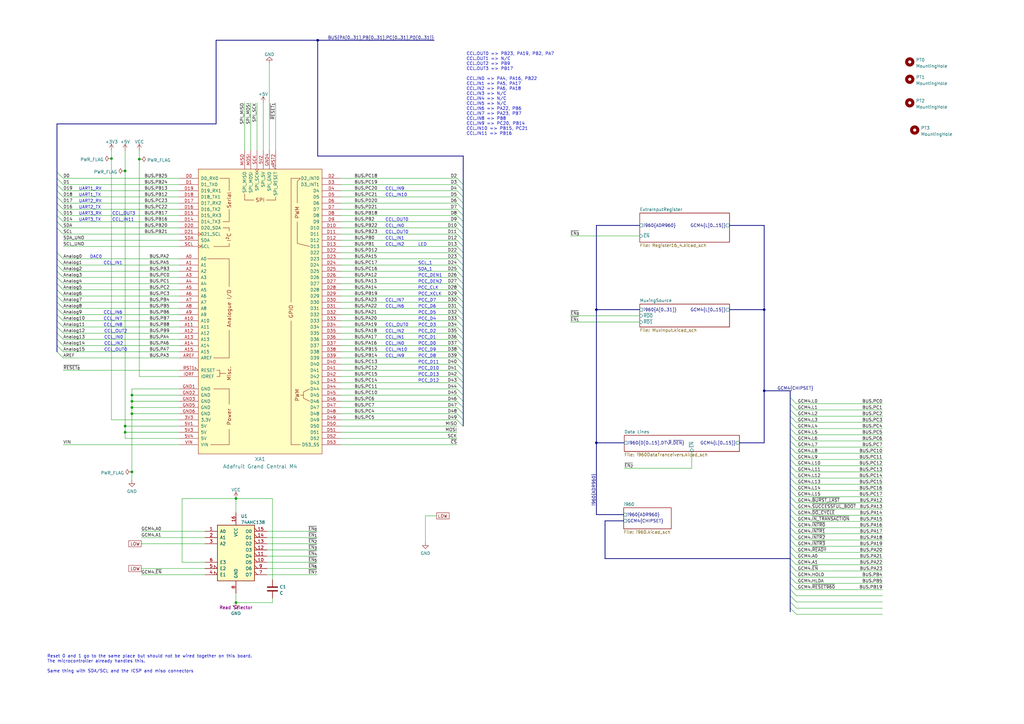
<source format=kicad_sch>
(kicad_sch (version 20211123) (generator eeschema)
  (paper "A3")
  (title_block (title "Type 1.01 Mainboard") (date "2022-05-13") (rev "1") (company "Joshua Scoggins"))
  (bus_alias "CCL" (members "IN[0..11]" "OUT[0..3]"))
  (junction (at 54.102 162.052))
  (junction (at 244.602 127))
  (junction (at 51.308 70.104))
  (junction (at 313.436 127))
  (junction (at 54.102 193.548))
  (junction (at 130.302 16.51))
  (junction (at 54.102 169.672))
  (junction (at 244.602 181.61))
  (junction (at 54.102 167.132))
  (junction (at 51.308 177.292))
  (junction (at 54.102 164.592))
  (junction (at 96.774 247.142))
  (junction (at 96.774 204.47))
  (junction (at 45.72 65.024))
  (junction (at 313.436 160.274))
  (junction (at 51.308 174.752))
  (junction (at 57.15 65.278))
  (bus_entry (at 23.368 139.192) (size 2.54 2.54))
  (bus_entry (at 324.104 193.548) (size 2.54 2.54))
  (bus_entry (at 187.452 88.392) (size 2.54 2.54))
  (bus_entry (at 324.104 165.608) (size 2.54 2.54))
  (bus_entry (at 324.104 183.388) (size 2.54 2.54))
  (bus_entry (at 324.104 226.568) (size 2.54 2.54))
  (bus_entry (at 324.104 236.728) (size 2.54 2.54))
  (bus_entry (at 324.104 188.468) (size 2.54 2.54))
  (bus_entry (at 324.104 206.248) (size 2.54 2.54))
  (bus_entry (at 324.104 168.148) (size 2.54 2.54))
  (bus_entry (at 23.368 131.572) (size 2.54 2.54))
  (bus_entry (at 324.104 198.628) (size 2.54 2.54))
  (bus_entry (at 23.368 129.032) (size 2.54 2.54))
  (bus_entry (at 23.368 85.852) (size 2.54 2.54))
  (bus_entry (at 23.368 106.172) (size 2.54 2.54))
  (bus_entry (at 187.452 75.692) (size 2.54 2.54))
  (bus_entry (at 23.368 108.712) (size 2.54 2.54))
  (bus_entry (at 23.368 141.732) (size 2.54 2.54))
  (bus_entry (at 187.452 73.152) (size 2.54 2.54))
  (bus_entry (at 23.368 90.932) (size 2.54 2.54))
  (bus_entry (at 324.104 185.928) (size 2.54 2.54))
  (bus_entry (at 187.452 116.332) (size 2.54 2.54))
  (bus_entry (at 187.452 108.712) (size 2.54 2.54))
  (bus_entry (at 23.368 88.392) (size 2.54 2.54))
  (bus_entry (at 324.104 246.888) (size 2.54 2.54))
  (bus_entry (at 187.452 93.472) (size 2.54 2.54))
  (bus_entry (at 23.368 134.112) (size 2.54 2.54))
  (bus_entry (at 324.104 170.688) (size 2.54 2.54))
  (bus_entry (at 23.368 111.252) (size 2.54 2.54))
  (bus_entry (at 23.368 103.632) (size 2.54 2.54))
  (bus_entry (at 187.452 151.892) (size 2.54 2.54))
  (bus_entry (at 187.452 131.572) (size 2.54 2.54))
  (bus_entry (at 187.452 136.652) (size 2.54 2.54))
  (bus_entry (at 187.452 172.212) (size 2.54 2.54))
  (bus_entry (at 324.104 191.008) (size 2.54 2.54))
  (bus_entry (at 324.104 213.868) (size 2.54 2.54))
  (bus_entry (at 187.452 129.032) (size 2.54 2.54))
  (bus_entry (at 187.452 149.352) (size 2.54 2.54))
  (bus_entry (at 187.452 134.112) (size 2.54 2.54))
  (bus_entry (at 187.452 169.672) (size 2.54 2.54))
  (bus_entry (at 23.368 78.232) (size 2.54 2.54))
  (bus_entry (at 324.104 178.308) (size 2.54 2.54))
  (bus_entry (at 324.104 224.028) (size 2.54 2.54))
  (bus_entry (at 187.452 96.012) (size 2.54 2.54))
  (bus_entry (at 23.368 113.792) (size 2.54 2.54))
  (bus_entry (at 187.452 80.772) (size 2.54 2.54))
  (bus_entry (at 187.452 101.092) (size 2.54 2.54))
  (bus_entry (at 23.368 80.772) (size 2.54 2.54))
  (bus_entry (at 324.104 163.068) (size 2.54 2.54))
  (bus_entry (at 324.104 221.488) (size 2.54 2.54))
  (bus_entry (at 23.368 70.612) (size 2.54 2.54))
  (bus_entry (at 187.452 144.272) (size 2.54 2.54))
  (bus_entry (at 324.104 244.348) (size 2.54 2.54))
  (bus_entry (at 324.104 196.088) (size 2.54 2.54))
  (bus_entry (at 187.452 78.232) (size 2.54 2.54))
  (bus_entry (at 187.452 111.252) (size 2.54 2.54))
  (bus_entry (at 23.368 136.652) (size 2.54 2.54))
  (bus_entry (at 187.452 141.732) (size 2.54 2.54))
  (bus_entry (at 187.452 83.312) (size 2.54 2.54))
  (bus_entry (at 324.104 173.228) (size 2.54 2.54))
  (bus_entry (at 324.104 229.108) (size 2.54 2.54))
  (bus_entry (at 324.104 241.808) (size 2.54 2.54))
  (bus_entry (at 187.452 123.952) (size 2.54 2.54))
  (bus_entry (at 187.452 164.592) (size 2.54 2.54))
  (bus_entry (at 187.452 126.492) (size 2.54 2.54))
  (bus_entry (at 324.104 216.408) (size 2.54 2.54))
  (bus_entry (at 324.104 234.188) (size 2.54 2.54))
  (bus_entry (at 187.452 118.872) (size 2.54 2.54))
  (bus_entry (at 23.368 123.952) (size 2.54 2.54))
  (bus_entry (at 324.104 218.948) (size 2.54 2.54))
  (bus_entry (at 187.452 167.132) (size 2.54 2.54))
  (bus_entry (at 23.368 93.472) (size 2.54 2.54))
  (bus_entry (at 187.452 121.412) (size 2.54 2.54))
  (bus_entry (at 324.104 231.648) (size 2.54 2.54))
  (bus_entry (at 187.452 139.192) (size 2.54 2.54))
  (bus_entry (at 23.368 118.872) (size 2.54 2.54))
  (bus_entry (at 187.452 98.552) (size 2.54 2.54))
  (bus_entry (at 23.368 121.412) (size 2.54 2.54))
  (bus_entry (at 187.452 156.972) (size 2.54 2.54))
  (bus_entry (at 23.368 83.312) (size 2.54 2.54))
  (bus_entry (at 324.104 175.768) (size 2.54 2.54))
  (bus_entry (at 187.452 90.932) (size 2.54 2.54))
  (bus_entry (at 324.104 201.168) (size 2.54 2.54))
  (bus_entry (at 324.104 249.428) (size 2.54 2.54))
  (bus_entry (at 187.452 106.172) (size 2.54 2.54))
  (bus_entry (at 23.368 73.152) (size 2.54 2.54))
  (bus_entry (at 187.452 162.052) (size 2.54 2.54))
  (bus_entry (at 324.104 203.708) (size 2.54 2.54))
  (bus_entry (at 324.104 180.848) (size 2.54 2.54))
  (bus_entry (at 23.368 144.272) (size 2.54 2.54))
  (bus_entry (at 324.104 211.328) (size 2.54 2.54))
  (bus_entry (at 23.368 75.692) (size 2.54 2.54))
  (bus_entry (at 187.452 159.512) (size 2.54 2.54))
  (bus_entry (at 187.452 103.632) (size 2.54 2.54))
  (bus_entry (at 187.452 85.852) (size 2.54 2.54))
  (bus_entry (at 187.452 113.792) (size 2.54 2.54))
  (bus_entry (at 324.104 239.268) (size 2.54 2.54))
  (bus_entry (at 187.452 146.812) (size 2.54 2.54))
  (bus_entry (at 324.104 208.788) (size 2.54 2.54))
  (bus_entry (at 23.368 126.492) (size 2.54 2.54))
  (bus_entry (at 23.368 116.332) (size 2.54 2.54))
  (bus_entry (at 187.452 154.432) (size 2.54 2.54))
  (bus (pts (xy 23.368 83.312) (xy 23.368 80.772)))
  (wire (pts (xy 109.474 223.012) (xy 130.048 223.012)))
  (wire (pts (xy 326.644 201.168) (xy 361.95 201.168)))
  (wire (pts (xy 139.7 169.672) (xy 187.452 169.672)))
  (wire (pts (xy 139.7 116.332) (xy 187.452 116.332)))
  (wire (pts (xy 326.644 213.868) (xy 361.95 213.868)))
  (bus (pts (xy 23.368 50.8) (xy 88.646 50.8)))
  (wire (pts (xy 25.908 108.712) (xy 73.66 108.712)))
  (wire (pts (xy 326.644 216.408) (xy 361.95 216.408)))
  (bus (pts (xy 23.368 116.332) (xy 23.368 113.792)))
  (wire (pts (xy 283.718 185.166) (xy 283.718 192.024)))
  (wire (pts (xy 25.908 136.652) (xy 73.66 136.652)))
  (bus (pts (xy 23.368 78.232) (xy 23.368 75.692)))
  (wire (pts (xy 25.908 80.772) (xy 73.66 80.772)))
  (wire (pts (xy 96.774 204.47) (xy 111.76 204.47)))
  (bus (pts (xy 189.992 90.932) (xy 189.992 93.472)))
  (wire (pts (xy 139.7 80.772) (xy 187.452 80.772)))
  (wire (pts (xy 74.676 230.632) (xy 74.676 204.47)))
  (bus (pts (xy 248.158 229.108) (xy 324.104 229.108)))
  (wire (pts (xy 25.908 151.892) (xy 73.66 151.892)))
  (bus (pts (xy 324.104 201.168) (xy 324.104 203.708)))
  (wire (pts (xy 139.7 174.752) (xy 187.452 174.752)))
  (wire (pts (xy 326.644 165.608) (xy 361.95 165.608)))
  (wire (pts (xy 139.7 101.092) (xy 187.452 101.092)))
  (bus (pts (xy 324.104 226.568) (xy 324.104 229.108)))
  (wire (pts (xy 54.102 159.512) (xy 54.102 162.052)))
  (wire (pts (xy 96.774 210.312) (xy 96.774 204.47)))
  (wire (pts (xy 25.908 146.812) (xy 73.66 146.812)))
  (bus (pts (xy 324.104 183.388) (xy 324.104 185.928)))
  (bus (pts (xy 324.104 168.148) (xy 324.104 170.688)))
  (bus (pts (xy 324.104 173.228) (xy 324.104 175.768)))
  (bus (pts (xy 256.032 181.61) (xy 244.602 181.61)))
  (bus (pts (xy 324.104 211.328) (xy 324.104 213.868)))
  (wire (pts (xy 179.07 211.582) (xy 174.498 211.582)))
  (wire (pts (xy 139.7 159.512) (xy 187.452 159.512)))
  (bus (pts (xy 244.602 127) (xy 262.382 127)))
  (bus (pts (xy 189.992 134.112) (xy 189.992 136.652)))
  (bus (pts (xy 313.436 160.274) (xy 324.104 160.274)))
  (wire (pts (xy 233.934 129.54) (xy 262.382 129.54)))
  (bus (pts (xy 324.104 191.008) (xy 324.104 193.548)))
  (wire (pts (xy 326.644 234.188) (xy 361.95 234.188)))
  (bus (pts (xy 23.368 131.572) (xy 23.368 129.032)))
  (wire (pts (xy 326.644 251.968) (xy 361.95 251.968)))
  (bus (pts (xy 324.104 234.188) (xy 324.104 236.728)))
  (bus (pts (xy 324.104 249.428) (xy 324.104 250.952)))
  (wire (pts (xy 54.102 167.132) (xy 54.102 169.672)))
  (wire (pts (xy 139.7 123.952) (xy 187.452 123.952)))
  (wire (pts (xy 326.644 239.268) (xy 361.95 239.268)))
  (bus (pts (xy 189.992 106.172) (xy 189.992 108.712)))
  (wire (pts (xy 326.644 180.848) (xy 361.95 180.848)))
  (wire (pts (xy 139.7 136.652) (xy 187.452 136.652)))
  (wire (pts (xy 139.7 177.292) (xy 187.452 177.292)))
  (wire (pts (xy 102.87 42.164) (xy 102.87 61.722)))
  (wire (pts (xy 109.474 220.472) (xy 130.048 220.472)))
  (wire (pts (xy 109.474 228.092) (xy 130.048 228.092)))
  (bus (pts (xy 189.992 85.852) (xy 189.992 88.392)))
  (wire (pts (xy 25.908 111.252) (xy 73.66 111.252)))
  (wire (pts (xy 57.912 217.932) (xy 84.074 217.932)))
  (wire (pts (xy 139.7 139.192) (xy 187.452 139.192)))
  (wire (pts (xy 25.908 123.952) (xy 73.66 123.952)))
  (bus (pts (xy 324.104 175.768) (xy 324.104 178.308)))
  (wire (pts (xy 174.498 211.582) (xy 174.498 222.504)))
  (wire (pts (xy 57.912 235.712) (xy 84.074 235.712)))
  (wire (pts (xy 326.644 203.708) (xy 361.95 203.708)))
  (wire (pts (xy 100.33 42.164) (xy 100.33 61.722)))
  (wire (pts (xy 25.908 106.172) (xy 73.66 106.172)))
  (bus (pts (xy 189.992 80.772) (xy 189.992 83.312)))
  (wire (pts (xy 326.644 211.328) (xy 361.95 211.328)))
  (wire (pts (xy 25.908 75.692) (xy 73.66 75.692)))
  (wire (pts (xy 326.644 196.088) (xy 361.95 196.088)))
  (bus (pts (xy 324.104 193.548) (xy 324.104 196.088)))
  (bus (pts (xy 189.992 75.692) (xy 189.992 78.232)))
  (wire (pts (xy 139.7 113.792) (xy 187.452 113.792)))
  (wire (pts (xy 25.908 129.032) (xy 73.66 129.032)))
  (bus (pts (xy 23.368 85.852) (xy 23.368 83.312)))
  (wire (pts (xy 326.644 226.568) (xy 361.95 226.568)))
  (bus (pts (xy 189.992 164.592) (xy 189.992 167.132)))
  (bus (pts (xy 324.104 160.274) (xy 324.104 163.068)))
  (wire (pts (xy 73.66 172.212) (xy 45.72 172.212)))
  (bus (pts (xy 23.368 106.172) (xy 23.368 103.632)))
  (bus (pts (xy 324.104 231.648) (xy 324.104 234.188)))
  (wire (pts (xy 326.644 168.148) (xy 361.95 168.148)))
  (bus (pts (xy 23.368 103.632) (xy 23.368 93.472)))
  (bus (pts (xy 299.212 92.456) (xy 313.436 92.456)))
  (bus (pts (xy 23.368 108.712) (xy 23.368 106.172)))
  (bus (pts (xy 189.992 101.092) (xy 189.992 103.632)))
  (wire (pts (xy 54.102 169.672) (xy 54.102 193.548)))
  (bus (pts (xy 23.368 129.032) (xy 23.368 126.492)))
  (wire (pts (xy 57.912 233.172) (xy 84.074 233.172)))
  (bus (pts (xy 189.992 88.392) (xy 189.992 90.932)))
  (wire (pts (xy 139.7 164.592) (xy 187.452 164.592)))
  (bus (pts (xy 244.602 181.61) (xy 244.602 127)))
  (bus (pts (xy 189.992 64.008) (xy 189.992 75.692)))
  (wire (pts (xy 139.7 93.472) (xy 187.452 93.472)))
  (wire (pts (xy 139.7 156.972) (xy 187.452 156.972)))
  (wire (pts (xy 326.644 206.248) (xy 361.95 206.248)))
  (wire (pts (xy 139.7 106.172) (xy 187.452 106.172)))
  (wire (pts (xy 51.308 174.752) (xy 51.308 177.292)))
  (wire (pts (xy 25.908 182.372) (xy 73.66 182.372)))
  (wire (pts (xy 109.474 235.712) (xy 130.048 235.712)))
  (wire (pts (xy 54.102 162.052) (xy 73.66 162.052)))
  (bus (pts (xy 189.992 162.052) (xy 189.992 164.592)))
  (bus (pts (xy 88.646 16.51) (xy 130.302 16.51)))
  (wire (pts (xy 96.774 247.142) (xy 96.774 243.332)))
  (wire (pts (xy 139.7 172.212) (xy 187.452 172.212)))
  (bus (pts (xy 189.992 154.432) (xy 189.992 156.972)))
  (wire (pts (xy 25.908 73.152) (xy 73.66 73.152)))
  (bus (pts (xy 324.104 196.088) (xy 324.104 198.628)))
  (wire (pts (xy 139.7 75.692) (xy 187.452 75.692)))
  (bus (pts (xy 189.992 113.792) (xy 189.992 116.332)))
  (wire (pts (xy 109.474 217.932) (xy 130.048 217.932)))
  (wire (pts (xy 139.7 154.432) (xy 187.452 154.432)))
  (wire (pts (xy 109.474 225.552) (xy 130.048 225.552)))
  (wire (pts (xy 57.912 223.012) (xy 84.074 223.012)))
  (wire (pts (xy 109.474 230.632) (xy 130.048 230.632)))
  (bus (pts (xy 324.104 170.688) (xy 324.104 173.228)))
  (wire (pts (xy 25.908 118.872) (xy 73.66 118.872)))
  (bus (pts (xy 244.602 92.456) (xy 244.602 127)))
  (wire (pts (xy 139.7 78.232) (xy 187.452 78.232)))
  (wire (pts (xy 326.644 183.388) (xy 361.95 183.388)))
  (bus (pts (xy 189.992 78.232) (xy 189.992 80.772)))
  (wire (pts (xy 139.7 182.372) (xy 187.452 182.372)))
  (wire (pts (xy 25.908 96.012) (xy 73.66 96.012)))
  (bus (pts (xy 189.992 136.652) (xy 189.992 139.192)))
  (wire (pts (xy 139.7 83.312) (xy 187.452 83.312)))
  (bus (pts (xy 189.992 103.632) (xy 189.992 106.172)))
  (bus (pts (xy 313.436 160.274) (xy 313.436 127)))
  (bus (pts (xy 303.276 181.61) (xy 313.436 181.61)))
  (wire (pts (xy 139.7 108.712) (xy 187.452 108.712)))
  (bus (pts (xy 130.302 64.008) (xy 189.992 64.008)))
  (bus (pts (xy 189.992 98.552) (xy 189.992 101.092)))
  (wire (pts (xy 57.912 220.472) (xy 84.074 220.472)))
  (bus (pts (xy 130.302 16.51) (xy 178.054 16.51)))
  (wire (pts (xy 54.102 169.672) (xy 73.66 169.672)))
  (bus (pts (xy 23.368 134.112) (xy 23.368 131.572)))
  (bus (pts (xy 23.368 75.692) (xy 23.368 73.152)))
  (bus (pts (xy 189.992 126.492) (xy 189.992 129.032)))
  (wire (pts (xy 326.644 244.348) (xy 361.95 244.348)))
  (bus (pts (xy 23.368 118.872) (xy 23.368 116.332)))
  (wire (pts (xy 25.908 134.112) (xy 73.66 134.112)))
  (bus (pts (xy 324.104 236.728) (xy 324.104 239.268)))
  (bus (pts (xy 244.602 211.074) (xy 255.778 211.074)))
  (bus (pts (xy 324.104 206.248) (xy 324.104 208.788)))
  (bus (pts (xy 324.104 185.928) (xy 324.104 188.468)))
  (bus (pts (xy 23.368 73.152) (xy 23.368 70.612)))
  (wire (pts (xy 139.7 179.832) (xy 187.452 179.832)))
  (wire (pts (xy 326.644 236.728) (xy 361.95 236.728)))
  (wire (pts (xy 109.474 233.172) (xy 130.048 233.172)))
  (wire (pts (xy 45.72 65.024) (xy 45.72 172.212)))
  (wire (pts (xy 139.7 98.552) (xy 187.452 98.552)))
  (wire (pts (xy 51.308 174.752) (xy 73.66 174.752)))
  (wire (pts (xy 25.908 113.792) (xy 73.66 113.792)))
  (bus (pts (xy 324.104 246.888) (xy 324.104 249.428)))
  (bus (pts (xy 88.646 50.8) (xy 88.646 16.51)))
  (wire (pts (xy 51.308 70.104) (xy 51.308 174.752)))
  (wire (pts (xy 111.76 247.142) (xy 96.774 247.142)))
  (wire (pts (xy 25.908 93.472) (xy 73.66 93.472)))
  (bus (pts (xy 324.104 216.408) (xy 324.104 218.948)))
  (wire (pts (xy 57.15 65.278) (xy 57.15 154.432)))
  (bus (pts (xy 23.368 121.412) (xy 23.368 118.872)))
  (wire (pts (xy 25.908 101.092) (xy 73.66 101.092)))
  (bus (pts (xy 23.368 123.952) (xy 23.368 121.412)))
  (bus (pts (xy 23.368 136.652) (xy 23.368 134.112)))
  (wire (pts (xy 54.102 162.052) (xy 54.102 164.592)))
  (bus (pts (xy 189.992 159.512) (xy 189.992 162.052)))
  (bus (pts (xy 324.104 165.608) (xy 324.104 168.148)))
  (bus (pts (xy 23.368 80.772) (xy 23.368 78.232)))
  (bus (pts (xy 324.104 229.108) (xy 324.104 231.648)))
  (wire (pts (xy 139.7 103.632) (xy 187.452 103.632)))
  (bus (pts (xy 324.104 244.348) (xy 324.104 246.888)))
  (wire (pts (xy 139.7 162.052) (xy 187.452 162.052)))
  (bus (pts (xy 324.104 198.628) (xy 324.104 201.168)))
  (wire (pts (xy 326.644 208.788) (xy 361.95 208.788)))
  (bus (pts (xy 324.104 180.848) (xy 324.104 183.388)))
  (bus (pts (xy 189.992 144.272) (xy 189.992 146.812)))
  (bus (pts (xy 189.992 156.972) (xy 189.992 159.512)))
  (bus (pts (xy 189.992 116.332) (xy 189.992 118.872)))
  (wire (pts (xy 105.41 42.164) (xy 105.41 61.722)))
  (wire (pts (xy 84.074 230.632) (xy 74.676 230.632)))
  (wire (pts (xy 139.7 126.492) (xy 187.452 126.492)))
  (bus (pts (xy 23.368 90.932) (xy 23.368 88.392)))
  (bus (pts (xy 189.992 146.812) (xy 189.992 149.352)))
  (wire (pts (xy 139.7 111.252) (xy 187.452 111.252)))
  (wire (pts (xy 25.908 131.572) (xy 73.66 131.572)))
  (wire (pts (xy 25.908 98.552) (xy 73.66 98.552)))
  (bus (pts (xy 23.368 141.732) (xy 23.368 139.192)))
  (wire (pts (xy 139.7 134.112) (xy 187.452 134.112)))
  (wire (pts (xy 139.7 131.572) (xy 187.452 131.572)))
  (wire (pts (xy 25.908 78.232) (xy 73.66 78.232)))
  (wire (pts (xy 139.7 85.852) (xy 187.452 85.852)))
  (bus (pts (xy 189.992 93.472) (xy 189.992 96.012)))
  (wire (pts (xy 139.7 167.132) (xy 187.452 167.132)))
  (wire (pts (xy 326.644 221.488) (xy 361.95 221.488)))
  (bus (pts (xy 189.992 151.892) (xy 189.992 154.432)))
  (bus (pts (xy 324.104 241.808) (xy 324.104 244.348)))
  (bus (pts (xy 324.104 208.788) (xy 324.104 211.328)))
  (bus (pts (xy 313.436 92.456) (xy 313.436 127)))
  (wire (pts (xy 326.644 198.628) (xy 361.95 198.628)))
  (bus (pts (xy 189.992 108.712) (xy 189.992 111.252)))
  (wire (pts (xy 326.644 218.948) (xy 361.95 218.948)))
  (wire (pts (xy 25.908 121.412) (xy 73.66 121.412)))
  (bus (pts (xy 189.992 139.192) (xy 189.992 141.732)))
  (wire (pts (xy 25.908 126.492) (xy 73.66 126.492)))
  (wire (pts (xy 326.644 178.308) (xy 361.95 178.308)))
  (wire (pts (xy 139.7 96.012) (xy 187.452 96.012)))
  (wire (pts (xy 74.676 204.47) (xy 96.774 204.47)))
  (wire (pts (xy 139.7 90.932) (xy 187.452 90.932)))
  (wire (pts (xy 326.644 229.108) (xy 361.95 229.108)))
  (wire (pts (xy 54.102 167.132) (xy 73.66 167.132)))
  (wire (pts (xy 110.49 25.908) (xy 110.49 61.722)))
  (wire (pts (xy 139.7 151.892) (xy 187.452 151.892)))
  (bus (pts (xy 23.368 93.472) (xy 23.368 90.932)))
  (wire (pts (xy 73.66 179.832) (xy 51.308 179.832)))
  (bus (pts (xy 23.368 88.392) (xy 23.368 85.852)))
  (bus (pts (xy 189.992 167.132) (xy 189.992 169.672)))
  (wire (pts (xy 326.644 231.648) (xy 361.95 231.648)))
  (wire (pts (xy 139.7 118.872) (xy 187.452 118.872)))
  (bus (pts (xy 23.368 139.192) (xy 23.368 136.652)))
  (bus (pts (xy 23.368 113.792) (xy 23.368 111.252)))
  (wire (pts (xy 51.308 179.832) (xy 51.308 177.292)))
  (wire (pts (xy 25.908 141.732) (xy 73.66 141.732)))
  (bus (pts (xy 189.992 96.012) (xy 189.992 98.552)))
  (wire (pts (xy 25.908 90.932) (xy 73.66 90.932)))
  (wire (pts (xy 113.03 42.164) (xy 113.03 61.722)))
  (wire (pts (xy 57.15 61.722) (xy 57.15 65.278)))
  (wire (pts (xy 25.908 85.852) (xy 73.66 85.852)))
  (bus (pts (xy 189.992 129.032) (xy 189.992 131.572)))
  (wire (pts (xy 326.644 188.468) (xy 361.95 188.468)))
  (bus (pts (xy 324.104 221.488) (xy 324.104 224.028)))
  (bus (pts (xy 23.368 126.492) (xy 23.368 123.952)))
  (wire (pts (xy 54.102 164.592) (xy 54.102 167.132)))
  (bus (pts (xy 189.992 121.412) (xy 189.992 123.952)))
  (wire (pts (xy 25.908 116.332) (xy 73.66 116.332)))
  (wire (pts (xy 233.934 132.08) (xy 262.382 132.08)))
  (bus (pts (xy 189.992 83.312) (xy 189.992 85.852)))
  (bus (pts (xy 130.302 16.51) (xy 130.302 64.008)))
  (bus (pts (xy 324.104 163.068) (xy 324.104 165.608)))
  (wire (pts (xy 107.95 42.164) (xy 107.95 61.722)))
  (wire (pts (xy 233.934 96.774) (xy 262.382 96.774)))
  (bus (pts (xy 299.212 127) (xy 313.436 127)))
  (bus (pts (xy 189.992 169.672) (xy 189.992 172.212)))
  (bus (pts (xy 324.104 178.308) (xy 324.104 180.848)))
  (bus (pts (xy 189.992 172.212) (xy 189.992 174.752)))
  (wire (pts (xy 139.7 146.812) (xy 187.452 146.812)))
  (wire (pts (xy 326.644 193.548) (xy 361.95 193.548)))
  (wire (pts (xy 326.644 170.688) (xy 361.95 170.688)))
  (wire (pts (xy 111.76 204.47) (xy 111.76 237.744)))
  (wire (pts (xy 73.66 154.432) (xy 57.15 154.432)))
  (wire (pts (xy 326.644 175.768) (xy 361.95 175.768)))
  (wire (pts (xy 326.644 249.428) (xy 361.95 249.428)))
  (wire (pts (xy 326.644 191.008) (xy 361.95 191.008)))
  (bus (pts (xy 313.436 181.61) (xy 313.436 160.274)))
  (wire (pts (xy 25.908 88.392) (xy 73.66 88.392)))
  (bus (pts (xy 23.368 144.272) (xy 23.368 141.732)))
  (bus (pts (xy 262.382 92.456) (xy 244.602 92.456)))
  (wire (pts (xy 25.908 144.272) (xy 73.66 144.272)))
  (bus (pts (xy 324.104 213.868) (xy 324.104 216.408)))
  (bus (pts (xy 189.992 123.952) (xy 189.992 126.492)))
  (bus (pts (xy 23.368 111.252) (xy 23.368 108.712)))
  (wire (pts (xy 139.7 121.412) (xy 187.452 121.412)))
  (wire (pts (xy 25.908 139.192) (xy 73.66 139.192)))
  (wire (pts (xy 73.66 159.512) (xy 54.102 159.512)))
  (bus (pts (xy 23.368 70.612) (xy 23.368 50.8)))
  (bus (pts (xy 324.104 203.708) (xy 324.104 206.248)))
  (wire (pts (xy 139.7 144.272) (xy 187.452 144.272)))
  (wire (pts (xy 51.308 61.722) (xy 51.308 70.104)))
  (bus (pts (xy 189.992 141.732) (xy 189.992 144.272)))
  (bus (pts (xy 324.104 224.028) (xy 324.104 226.568)))
  (wire (pts (xy 25.908 83.312) (xy 73.66 83.312)))
  (wire (pts (xy 326.644 246.888) (xy 361.95 246.888)))
  (wire (pts (xy 139.7 149.352) (xy 187.452 149.352)))
  (wire (pts (xy 326.644 185.928) (xy 361.95 185.928)))
  (wire (pts (xy 256.032 192.024) (xy 283.718 192.024)))
  (bus (pts (xy 248.158 213.614) (xy 248.158 229.108)))
  (bus (pts (xy 324.104 218.948) (xy 324.104 221.488)))
  (wire (pts (xy 111.76 245.364) (xy 111.76 247.142)))
  (bus (pts (xy 324.104 239.268) (xy 324.104 241.808)))
  (bus (pts (xy 189.992 149.352) (xy 189.992 151.892)))
  (wire (pts (xy 139.7 88.392) (xy 187.452 88.392)))
  (wire (pts (xy 326.644 224.028) (xy 361.95 224.028)))
  (wire (pts (xy 54.102 164.592) (xy 73.66 164.592)))
  (wire (pts (xy 326.644 173.228) (xy 361.95 173.228)))
  (wire (pts (xy 45.72 61.722) (xy 45.72 65.024)))
  (bus (pts (xy 189.992 118.872) (xy 189.992 121.412)))
  (bus (pts (xy 189.992 111.252) (xy 189.992 113.792)))
  (wire (pts (xy 139.7 141.732) (xy 187.452 141.732)))
  (wire (pts (xy 139.7 73.152) (xy 187.452 73.152)))
  (bus (pts (xy 189.992 131.572) (xy 189.992 134.112)))
  (wire (pts (xy 54.102 193.548) (xy 54.102 197.104)))
  (bus (pts (xy 324.104 188.468) (xy 324.104 191.008)))
  (bus (pts (xy 248.158 213.614) (xy 255.778 213.614)))
  (wire (pts (xy 139.7 129.032) (xy 187.452 129.032)))
  (bus (pts (xy 244.602 181.61) (xy 244.602 211.074)))
  (wire (pts (xy 73.66 177.292) (xy 51.308 177.292)))
  (wire (pts (xy 326.644 241.808) (xy 361.95 241.808)))
  (text "CCL_OUT0" (at 42.672 144.272 0) (effects (font (size 1.27 1.27)) (justify left bottom)))
  (text "CCL_IN10" (at 157.988 144.272 0) (effects (font (size 1.27 1.27)) (justify left bottom)))
  (text "PCC_D1" (at 171.45 139.192 0) (effects (font (size 1.27 1.27)) (justify left bottom)))
  (text "PCC_D13" (at 171.45 154.432 0) (effects (font (size 1.27 1.27)) (justify left bottom)))
  (text "CCL_IN2" (at 157.988 136.652 0) (effects (font (size 1.27 1.27)) (justify left bottom)))
  (text "UART2_RX" (at 32.258 83.312 0) (effects (font (size 1.27 1.27)) (justify left bottom)))
  (text "PCC_D8" (at 171.45 146.812 0) (effects (font (size 1.27 1.27)) (justify left bottom)))
  (text "PCC_D9" (at 171.45 144.272 0) (effects (font (size 1.27 1.27)) (justify left bottom)))
  (text "CCL_IN11" (at 45.974 90.932 0) (effects (font (size 1.27 1.27)) (justify left bottom)))
  (text "CCL_IN2" (at 157.988 101.092 0) (effects (font (size 1.27 1.27)) (justify left bottom)))
  (text "UART1_TX" (at 32.258 80.772 0) (effects (font (size 1.27 1.27)) (justify left bottom)))
  (text "PCC_D7" (at 171.45 123.952 0) (effects (font (size 1.27 1.27)) (justify left bottom)))
  (text "CCL_IN7" (at 157.988 123.952 0) (effects (font (size 1.27 1.27)) (justify left bottom)))
  (text "PCC_D11" (at 171.45 149.352 0) (effects (font (size 1.27 1.27)) (justify left bottom)))
  (text "PCC_D3" (at 171.45 134.112 0) (effects (font (size 1.27 1.27)) (justify left bottom)))
  (text "CCL_OUT0" (at 157.988 96.012 0) (effects (font (size 1.27 1.27)) (justify left bottom)))
  (text "PCC_D6" (at 171.45 126.492 0) (effects (font (size 1.27 1.27)) (justify left bottom)))
  (text "CCL_OUT3" (at 45.974 88.392 0) (effects (font (size 1.27 1.27)) (justify left bottom)))
  (text "CCL_IN7" (at 42.418 131.572 0) (effects (font (size 1.27 1.27)) (justify left bottom)))
  (text "PCC_D10" (at 171.45 151.892 0) (effects (font (size 1.27 1.27)) (justify left bottom)))
  (text "LED" (at 171.45 101.092 0) (effects (font (size 1.27 1.27)) (justify left bottom)))
  (text "SDA_1" (at 171.4203 111.252 0) (effects (font (size 1.27 1.27)) (justify left bottom)))
  (text "CCL_OUT0" (at 157.988 134.112 0) (effects (font (size 1.27 1.27)) (justify left bottom)))
  (text "CCL_IN0" (at 42.672 139.192 0) (effects (font (size 1.27 1.27)) (justify left bottom)))
  (text "PCC_D12" (at 171.45 156.972 0) (effects (font (size 1.27 1.27)) (justify left bottom)))
  (text "CCL_IN0" (at 157.988 141.732 0) (effects (font (size 1.27 1.27)) (justify left bottom)))
  (text "UART3_RX" (at 32.258 88.392 0) (effects (font (size 1.27 1.27)) (justify left bottom)))
  (text "CCL_IN2" (at 42.672 141.732 0) (effects (font (size 1.27 1.27)) (justify left bottom)))
  (text "SCL_1" (at 171.45 108.712 0) (effects (font (size 1.27 1.27)) (justify left bottom)))
  (text "PCC_D2" (at 171.45 136.652 0) (effects (font (size 1.27 1.27)) (justify left bottom)))
  (text "CCL_IN6" (at 157.988 126.492 0) (effects (font (size 1.27 1.27)) (justify left bottom)))
  (text "CCL_OUT2" (at 42.672 136.652 0) (effects (font (size 1.27 1.27)) (justify left bottom)))
  (text "CCL_IN1" (at 42.418 108.712 0) (effects (font (size 1.27 1.27)) (justify left bottom)))
  (text "Reset 0 and 1 go to the same place but should not be wired together on this board. \nThe microcontroller already handles this.\n\nSame thing with SDA/SCL and the ICSP and miso connectors\n" (at 19.304 276.098 0) (effects (font (size 1.27 1.27)) (justify left bottom)))
  (text "PCC_D5" (at 171.45 129.032 0) (effects (font (size 1.27 1.27)) (justify left bottom)))
  (text "PCC_D4" (at 171.45 131.572 0) (effects (font (size 1.27 1.27)) (justify left bottom)))
  (text "CCL_IN0" (at 157.988 93.472 0) (effects (font (size 1.27 1.27)) (justify left bottom)))
  (text "PCC_XCLK" (at 171.45 121.412 0) (effects (font (size 1.27 1.27)) (justify left bottom)))
  (text "PCC_DEN2" (at 171.45 116.332 0) (effects (font (size 1.27 1.27)) (justify left bottom)))
  (text "DAC0" (at 36.83 106.172 0) (effects (font (size 1.27 1.27)) (justify left bottom)))
  (text "CCL_OUT0" (at 157.988 90.932 0) (effects (font (size 1.27 1.27)) (justify left bottom)))
  (text "CCL_IN8" (at 42.418 134.112 0) (effects (font (size 1.27 1.27)) (justify left bottom)))
  (text "CCL_IN1" (at 157.988 139.192 0) (effects (font (size 1.27 1.27)) (justify left bottom)))
  (text "UART1_RX" (at 32.258 78.232 0) (effects (font (size 1.27 1.27)) (justify left bottom)))
  (text "CCL.OUT0 => PB23, PA19, PB2, PA7\nCCL.OUT1 => N/C\nCCL.OUT2 => PB9\nCCL.OUT3 => PB17\n\nCCL.IN0 => PA4, PA16, PB22\nCCL.IN1 => PA5, PA17\nCCL.IN2 => PA6, PA18\nCCL.IN3 => N/C\nCCL.IN4 => N/C\nCCL.IN5 => N/C\nCCL.IN6 => PA22, PB6\nCCL.IN7 => PA23, PB7\nCCL.IN8 => PB8\nCCL.IN9 => PC20, PB14\nCCL.IN10 => PB15, PC21\nCCL.IN11 => PB16" (at 191.262 55.626 0) (effects (font (size 1.27 1.27)) (justify left bottom)))
  (text "UART2_TX" (at 32.258 85.852 0) (effects (font (size 1.27 1.27)) (justify left bottom)))
  (text "CCL_IN9" (at 157.988 146.812 0) (effects (font (size 1.27 1.27)) (justify left bottom)))
  (text "PCC_CLK" (at 171.3955 118.872 0) (effects (font (size 1.27 1.27)) (justify left bottom)))
  (text "CCL_IN1" (at 157.988 98.552 0) (effects (font (size 1.27 1.27)) (justify left bottom)))
  (text "CCL_IN6" (at 42.418 129.032 0) (effects (font (size 1.27 1.27)) (justify left bottom)))
  (text "PCC_DEN1" (at 171.45 113.792 0) (effects (font (size 1.27 1.27)) (justify left bottom)))
  (text "CCL_IN10" (at 157.988 80.772 0) (effects (font (size 1.27 1.27)) (justify left bottom)))
  (text "UART3_TX" (at 32.258 90.932 0) (effects (font (size 1.27 1.27)) (justify left bottom)))
  (text "CCL_IN9" (at 157.988 78.232 0) (effects (font (size 1.27 1.27)) (justify left bottom)))
  (text "PCC_D0" (at 171.45 141.732 0) (effects (font (size 1.27 1.27)) (justify left bottom)))
  (label "D19" (at 25.908 78.232 0))
  (label "D34" (at 187.452 134.112 180))
  (label "BUS.PC17" (at 145.288 108.712 0))
  (label "BUS.PD20" (at 145.288 83.312 0))
  (label "BUS.PA16" (at 145.288 141.732 0))
  (label "BUS.PA4" (at 61.214 139.192 0))
  (label "BUS.PA22" (at 145.288 126.492 0))
  (label "BUS.PB12" (at 59.182 80.772 0))
  (label "Analog0" (at 25.908 106.172 0))
  (label "BUS.PC10" (at 361.95 185.928 180))
  (label "BUS.PC19" (at 145.288 75.692 0))
  (label "GCM4.L9" (at 327.152 188.468 0))
  (label "BUS.PB24" (at 59.182 75.692 0))
  (label "GCM4.~{INTR2}" (at 327.152 221.488 0))
  (label "~{RESET_{1}}" (at 113.03 42.164 270))
  (label "VIN" (at 25.908 182.372 0))
  (label "BUS.PC17" (at 361.95 203.708 180))
  (label "BUS.PB15" (at 145.288 144.272 0))
  (label "GCM4.L7" (at 327.152 183.388 0))
  (label "BUS.PC13" (at 145.288 149.352 0))
  (label "D5" (at 187.452 80.772 180))
  (label "D12" (at 187.452 98.552 180))
  (label "BUS.PA3" (at 61.214 146.812 0))
  (label "Analog14" (at 25.908 141.732 0))
  (label "BUS.PC2" (at 61.214 118.872 0))
  (label "i960{ADR960}" (at 244.602 207.518 90))
  (label "D1" (at 25.908 75.692 0))
  (label "BUS.PA21" (at 361.95 229.108 180))
  (label "D35" (at 187.452 136.652 180))
  (label "SDA" (at 25.908 93.472 0))
  (label "D4" (at 187.452 78.232 180))
  (label "D37" (at 187.452 141.732 180))
  (label "~{CS}" (at 187.452 182.372 180))
  (label "BUS.PA14" (at 361.95 211.328 180))
  (label "BUS.PB13" (at 59.182 78.232 0))
  (label "D48" (at 187.452 169.672 180))
  (label "BUS.PC6" (at 361.95 180.848 180))
  (label "GCM4.L14" (at 327.152 201.168 0))
  (label "BUS.PB6" (at 61.214 129.032 0))
  (label "BUS.PB4" (at 61.214 123.952 0))
  (label "BUS.PB0" (at 145.288 98.552 0))
  (label "BUS.PC15" (at 145.288 154.432 0))
  (label "BUS.PD12" (at 145.288 103.632 0))
  (label "Analog4" (at 25.908 116.332 0))
  (label "BUS.PB22" (at 145.288 93.472 0))
  (label "BUS.PC7" (at 145.288 167.132 0))
  (label "BUS.PC4" (at 361.95 175.768 180))
  (label "BUS.PC1" (at 361.95 168.148 180))
  (label "GCM4.HLDA" (at 327.152 239.268 0))
  (label "D10" (at 187.452 93.472 180))
  (label "SCK" (at 187.452 179.832 180))
  (label "GCM4.L11" (at 327.152 193.548 0))
  (label "D46" (at 187.452 164.592 180))
  (label "GCM4.L13" (at 327.152 198.628 0))
  (label "~{EN_{1}}" (at 130.048 220.472 180))
  (label "GCM4.L0" (at 327.152 165.608 0))
  (label "GCM4.L1" (at 327.152 168.148 0))
  (label "~{EN_{3}}" (at 233.934 96.774 0))
  (label "GCM4.~{INTR0}" (at 327.152 216.408 0))
  (label "BUS{PA[0..31],PB[0..31],PC[0..31],PD[0..31]}" (at 178.054 16.51 180))
  (label "BUS.PC14" (at 145.288 156.972 0))
  (label "D2" (at 187.452 73.152 180))
  (label "D38" (at 187.452 144.272 180))
  (label "BUS.PA12" (at 145.288 113.792 0))
  (label "Analog13" (at 25.908 139.192 0))
  (label "BUS.PC0" (at 361.95 165.608 180))
  (label "GCM4.~{EN}" (at 327.152 234.188 0))
  (label "BUS.PA12" (at 361.95 206.248 180))
  (label "BUS.PC13" (at 361.95 193.548 180))
  (label "BUS.PA5" (at 61.214 108.712 0))
  (label "BUS.PC12" (at 145.288 151.892 0))
  (label "MISO" (at 187.452 174.752 180))
  (label "D28" (at 187.452 118.872 180))
  (label "~{EN_{1}}" (at 233.934 132.08 0))
  (label "MOSI" (at 187.452 177.292 180))
  (label "Analog9" (at 25.908 129.032 0))
  (label "D32" (at 187.452 129.032 180))
  (label "BUS.PB1" (at 145.288 101.092 0))
  (label "BUS.PB23" (at 145.288 96.012 0))
  (label "Analog1" (at 25.908 108.712 0))
  (label "D39" (at 187.452 146.812 180))
  (label "GCM4.L8" (at 327.152 185.928 0))
  (label "D6" (at 187.452 83.312 180))
  (label "BUS.PC0" (at 61.214 113.792 0))
  (label "GCM4.A0" (at 327.152 229.108 0))
  (label "D26" (at 187.452 113.792 180))
  (label "D27" (at 187.452 116.332 180))
  (label "BUS.PC16" (at 145.288 111.252 0))
  (label "BUS.PB21" (at 59.182 96.012 0))
  (label "BUS.PA17" (at 361.95 218.948 180))
  (label "D18" (at 25.908 80.772 0))
  (label "GCM4.A1" (at 327.152 231.648 0))
  (label "GCM4.L10" (at 327.152 191.008 0))
  (label "BUS.PC12" (at 361.95 191.008 180))
  (label "Analog8" (at 25.908 126.492 0))
  (label "D16" (at 25.908 85.852 0))
  (label "D45" (at 187.452 162.052 180))
  (label "Analog6" (at 25.908 121.412 0))
  (label "D15" (at 25.908 88.392 0))
  (label "GCM4.L6" (at 327.152 180.848 0))
  (label "BUS.PC10" (at 145.288 162.052 0))
  (label "D17" (at 25.908 83.312 0))
  (label "GCM4.A1" (at 57.912 220.472 0))
  (label "D14" (at 25.908 90.932 0))
  (label "GCM4.~{INTR1}" (at 327.152 218.948 0))
  (label "BUS.PC1" (at 61.214 116.332 0))
  (label "GCM4.L4" (at 327.152 175.768 0))
  (label "D24" (at 187.452 108.712 180))
  (label "D30" (at 187.452 123.952 180))
  (label "GCM4.A0" (at 57.912 217.932 0))
  (label "BUS.PC3" (at 361.95 173.228 180))
  (label "GCM4.L12" (at 327.152 196.088 0))
  (label "SPI_MOSI" (at 102.87 42.164 270))
  (label "BUS.PB19" (at 361.95 241.808 180))
  (label "D43" (at 187.452 156.972 180))
  (label "SDA_UNO" (at 25.908 98.552 0))
  (label "BUS.PC20" (at 145.288 78.232 0))
  (label "GCM4.~{INTR3}" (at 327.152 224.028 0))
  (label "BUS.PC2" (at 361.95 170.688 180))
  (label "D25" (at 187.452 111.252 180))
  (label "SPI_MISO" (at 100.33 42.164 270))
  (label "~{EN_{2}}" (at 256.032 192.024 0))
  (label "BUS.PA18" (at 361.95 221.488 180))
  (label "D9" (at 187.452 90.932 180))
  (label "Analog5" (at 25.908 118.872 0))
  (label "~{EN_{2}}" (at 130.048 223.012 180))
  (label "BUS.PA16" (at 361.95 216.408 180))
  (label "GCM4.~{SUCCESSFUL_BOOT}" (at 327.152 208.788 0))
  (label "GCM4.~{IN_TRANSACTION}" (at 327.1415 213.868 0))
  (label "GCM4.L5" (at 327.152 178.308 0))
  (label "BUS.PB2" (at 145.288 90.932 0))
  (label "BUS.PC22" (at 59.182 85.852 0))
  (label "BUS.PA23" (at 145.288 123.952 0))
  (label "GCM4.L3" (at 327.152 173.228 0))
  (label "GCM4{CHIPSET}" (at 318.77 160.274 0))
  (label "GCM4.~{BURST_LAST}" (at 327.152 206.248 0))
  (label "D13" (at 187.452 101.092 180))
  (label "~{RESET_{0}}" (at 25.908 151.892 0))
  (label "~{EN_{7}}" (at 130.048 235.712 180))
  (label "GCM4.~{EN}" (at 57.912 235.712 0))
  (label "Analog7" (at 25.908 123.952 0))
  (label "BUS.PB8" (at 61.214 134.112 0))
  (label "BUS.PA19" (at 361.95 224.028 180))
  (label "~{EN_{0}}" (at 233.934 129.54 0))
  (label "BUS.PD21" (at 145.288 85.852 0))
  (label "BUS.PA14" (at 145.288 118.872 0))
  (label "D29" (at 187.452 121.412 180))
  (label "BUS.PB14" (at 145.288 146.812 0))
  (label "BUS.PB5" (at 61.214 126.492 0))
  (label "D3" (at 187.452 75.692 180))
  (label "BUS.PA15" (at 361.95 213.868 180))
  (label "D22" (at 187.452 103.632 180))
  (label "GCM4.~{DO_CYCLE}" (at 327.1415 211.328 0))
  (label "BUS.PB18" (at 145.288 88.392 0))
  (label "BUS.PC23" (at 59.182 83.312 0))
  (label "BUS.PA2" (at 61.214 106.172 0))
  (label "BUS.PA23" (at 361.95 234.188 180))
  (label "D8" (at 187.452 88.392 180))
  (label "GCM4.~{RESET960}" (at 327.152 241.808 0))
  (label "BUS.PA19" (at 145.288 134.112 0))
  (label "D42" (at 187.452 154.432 180))
  (label "BUS.PB20" (at 59.182 93.472 0))
  (label "Analog12" (at 25.908 136.652 0))
  (label "BUS.PA13" (at 361.95 208.788 180))
  (label "Analog15" (at 25.908 144.272 0))
  (label "BUS.PA7" (at 61.214 144.272 0))
  (label "BUS.PB5" (at 361.95 239.268 180))
  (label "D49" (at 187.452 172.212 180))
  (label "~{EN_{6}}" (at 130.048 233.172 180))
  (label "BUS.PC6" (at 145.288 164.592 0))
  (label "BUS.PC7" (at 361.95 183.388 180))
  (label "D11" (at 187.452 96.012 180))
  (label "BUS.PA6" (at 61.214 141.732 0))
  (label "BUS.PC15" (at 361.95 198.628 180))
  (label "BUS.PC11" (at 361.95 188.468 180))
  (label "BUS.PB7" (at 61.214 131.572 0))
  (label "BUS.PC5" (at 361.95 178.308 180))
  (label "GCM4.~{READY}" (at 327.152 226.568 0))
  (label "D41" (at 187.452 151.892 180))
  (label "BUS.PC21" (at 145.288 80.772 0))
  (label "SPI_SCK" (at 105.41 42.164 270))
  (label "Analog3" (at 25.908 113.792 0))
  (label "BUS.PC4" (at 145.288 169.672 0))
  (label "Analog2" (at 25.908 111.252 0))
  (label "Analog10" (at 25.908 131.572 0))
  (label "D23" (at 187.452 106.172 180))
  (label "GCM4.HOLD" (at 327.152 236.728 0))
  (label "Analog11" (at 25.908 134.112 0))
  (label "BUS.PC3" (at 61.214 121.412 0))
  (label "D0" (at 25.908 73.152 0))
  (label "BUS.PB16" (at 59.182 90.932 0))
  (label "SCL_UNO" (at 25.908 101.092 0))
  (label "D31" (at 187.452 126.492 180))
  (label "BUS.PA13" (at 145.288 116.332 0))
  (label "D7" (at 187.452 85.852 180))
  (label "BUS.PB17" (at 59.182 88.392 0))
  (label "D36" (at 187.452 139.192 180))
  (label "~{EN_{0}}" (at 130.048 217.932 180))
  (label "~{EN_{3}}" (at 130.048 225.552 180))
  (label "BUS.PA18" (at 145.288 136.652 0))
  (label "D40" (at 187.452 149.352 180))
  (label "BUS.PC14" (at 361.95 196.088 180))
  (label "BUS.PB25" (at 59.182 73.152 0))
  (label "D44" (at 187.452 159.512 180))
  (label "BUS.PC11" (at 145.288 159.512 0))
  (label "D33" (at 187.452 131.572 180))
  (label "BUS.PC18" (at 145.288 73.152 0))
  (label "~{EN_{5}}" (at 130.048 230.632 180))
  (label "AREF" (at 25.908 146.812 0))
  (label "BUS.PC5" (at 145.288 172.212 0))
  (label "SCL" (at 25.908 96.012 0))
  (label "BUS.PB3" (at 61.214 111.252 0))
  (label "BUS.PB9" (at 61.214 136.652 0))
  (label "BUS.PB19" (at 145.288 121.412 0))
  (label "D47" (at 187.452 167.132 180))
  (label "GCM4.L2" (at 327.152 170.688 0))
  (label "BUS.PA22" (at 361.95 231.648 180))
  (label "BUS.PA20" (at 145.288 131.572 0))
  (label "BUS.PA21" (at 145.288 129.032 0))
  (label "BUS.PA15" (at 145.288 106.172 0))
  (label "GCM4.L15" (at 327.152 203.708 0))
  (label "BUS.PA17" (at 145.288 139.192 0))
  (label "BUS.PC16" (at 361.95 201.168 180))
  (label "BUS.PB4" (at 361.95 236.728 180))
  (label "BUS.PA20" (at 361.95 226.568 180))
  (label "~{EN_{4}}" (at 130.048 228.092 180))
  (global_label "LOW" (shape passive) (at 179.07 211.582 0) (property "Intersheet References" "${INTERSHEET_REFS}" (effects hide)))
  (global_label "LOW" (shape passive) (at 57.912 233.172 180) (property "Intersheet References" "${INTERSHEET_REFS}" (effects hide)))
  (global_label "LOW" (shape passive) (at 57.912 223.012 180) (property "Intersheet References" "${INTERSHEET_REFS}" (effects hide)))
  (symbol (lib_id "power:VCC") (at 96.774 204.47 0) (unit 1)
    (property "Reference" "#PWR0103" (effects hide))
    (property "Value" "VCC" (at 96.774 200.8942 0))
  )
  (symbol (lib_id "power:GND") (at 96.774 247.142 0) (unit 1)
    (property "Reference" "#PWR0101" (effects hide))
    (property "Value" "GND" (at 96.774 251.5854 0))
  )
  (symbol (lib_id "power:+5V") (at 51.308 61.722 0) (unit 1)
    (property "Reference" "#PWR0104" (effects hide))
    (property "Value" "+5V" (at 51.308 58.1462 0))
  )
  (symbol (lib_id "arduino_alarm_siren:Arduino_Mega2560_Shield") (at 106.68 127.762 0) (unit 1)
    (property "Reference" "XA1" (at 106.68 188.3137 0) (effects (font (size 1.524 1.524))))
    (property "Value" "Adafruit Grand Central M4" (at 106.68 191.3071 0) (effects (font (size 1.524 1.524))))
    (property "Footprint" "Arduino_Alarm_Siren:Arduino_Mega2560_Shield" (effects hide))
  )
  (symbol (lib_id "power:PWR_FLAG") (at 57.15 65.278 270) (unit 1)
    (property "Reference" "#FLG03" (effects hide))
    (property "Value" "PWR_FLAG" (at 60.325 65.7118 90) (effects (justify left)))
  )
  (symbol (lib_id "power:PWR_FLAG") (at 45.72 65.024 90) (unit 1)
    (property "Reference" "#FLG01" (effects hide))
    (property "Value" "PWR_FLAG" (at 42.5451 65.4578 90) (effects (justify left)))
  )
  (symbol (lib_id "Mechanical:MountingHole") (at 373.126 25.4 0) (unit 1)
    (property "Reference" "PT0" (at 375.666 24.5653 0) (effects (justify left)))
    (property "Value" "MountingHole" (at 375.666 27.1022 0) (effects (justify left)))
    (property "Footprint" "MountingHole:MountingHole_3.2mm_M3_ISO14580_Pad" (effects hide))
  )
  (symbol (lib_id "power:GND") (at 54.102 197.104 0) (unit 1)
    (property "Reference" "#PWR0102" (effects hide))
    (property "Value" "GND" (at 54.102 201.5474 0))
  )
  (symbol (lib_id "Mechanical:MountingHole") (at 373.126 32.512 0) (unit 1)
    (property "Reference" "PT1" (at 375.666 31.6773 0) (effects (justify left)))
    (property "Value" "MountingHole" (at 375.666 34.2142 0) (effects (justify left)))
    (property "Footprint" "MountingHole:MountingHole_3.2mm_M3_ISO14580_Pad" (effects hide))
  )
  (symbol (lib_id "Mechanical:MountingHole") (at 373.126 42.164 0) (unit 1)
    (property "Reference" "PT2" (at 375.666 41.3293 0) (effects (justify left)))
    (property "Value" "MountingHole" (at 375.666 43.8662 0) (effects (justify left)))
    (property "Footprint" "MountingHole:MountingHole_3.2mm_M3_ISO14580_Pad" (effects hide))
  )
  (symbol (lib_id "power:+5V") (at 107.95 42.164 0) (unit 1)
    (property "Reference" "#PWR0107" (effects hide))
    (property "Value" "+5V" (at 107.95 38.5882 0))
  )
  (symbol (lib_id "74xx:74LS138") (at 96.774 225.552 0) (unit 1)
    (property "Reference" "U1" (at 98.7934 211.6922 0) (effects (justify left)))
    (property "Value" "74AHC138" (at 98.7934 214.2291 0) (effects (justify left)))
    (property "Footprint" "Package_DIP:DIP-16_W7.62mm_Socket" (effects hide))
    (property "Datasheet" "http://www.ti.com/lit/gpn/sn74LS138" (effects hide))
    (property "Function" "Read Selector" (at 96.774 249.174 0))
  )
  (symbol (lib_id "Device:C") (at 111.76 241.554 0) (unit 1)
    (property "Reference" "C1" (at 114.681 240.7193 0) (effects (justify left)))
    (property "Value" "C" (at 114.681 243.2562 0) (effects (justify left)))
    (property "Footprint" "Capacitors_SMD:C_0805_HandSoldering" (effects hide))
  )
  (symbol (lib_id "power:GND") (at 110.49 25.908 180) (unit 1)
    (property "Reference" "#PWR0108" (effects hide))
    (property "Value" "GND" (at 110.49 22.3322 0))
  )
  (symbol (lib_id "power:VCC") (at 57.15 61.722 0) (unit 1)
    (property "Reference" "#PWR0105" (effects hide))
    (property "Value" "VCC" (at 57.15 58.1462 0))
  )
  (symbol (lib_id "Mechanical:MountingHole") (at 375.158 53.34 0) (unit 1)
    (property "Reference" "PT3" (at 377.698 52.5053 0) (effects (justify left)))
    (property "Value" "MountingHole" (at 377.698 55.0422 0) (effects (justify left)))
    (property "Footprint" "MountingHole:MountingHole_3.2mm_M3_ISO14580_Pad" (effects hide))
  )
  (symbol (lib_id "power:+3.3V") (at 45.72 61.722 0) (unit 1)
    (property "Reference" "#PWR0106" (effects hide))
    (property "Value" "+3.3V" (at 45.72 58.1462 0))
  )
  (symbol (lib_id "power:PWR_FLAG") (at 54.102 193.548 90) (unit 1)
    (property "Reference" "#FLG04" (effects hide))
    (property "Value" "PWR_FLAG" (at 50.9271 193.9818 90) (effects (justify left)))
  )
  (symbol (lib_id "power:GND") (at 174.498 222.504 0) (unit 1)
    (property "Reference" "#PWR?" (effects hide))
    (property "Value" "GND" (at 174.498 226.9474 0))
  )
  (symbol (lib_id "power:PWR_FLAG") (at 51.308 70.104 90) (unit 1)
    (property "Reference" "#FLG02" (effects hide))
    (property "Value" "PWR_FLAG" (at 48.1331 70.5378 90) (effects (justify left)))
  )
  (sheet (at 262.382 87.376) (size 36.83 11.938) (stroke (width 0.1524))
    (property "Sheet name" "ExtraInputRegister" (at 262.382 86.6644 0) (effects (justify left bottom)))
    (property "Sheet file" "Register16_4.kicad_sch" (at 262.382 99.8986 0) (effects (justify left top)))
    (pin "i960{ADR960}" passive (at 262.382 92.456 180))
    (pin "GCM4{L[0..15]}" passive (at 299.212 92.456 0))
    (pin "~{EN}" input (at 262.382 96.774 180))
  )
  (sheet (at 262.382 124.714) (size 36.83 9.398) (stroke (width 0.1524))
    (property "Sheet name" "MuxingSource" (at 262.382 124.0024 0) (effects (justify left bottom)))
    (property "Sheet file" "MuxInput.kicad_sch" (at 262.382 134.6966 0) (effects (justify left top)))
    (pin "i960{A[0..31]}" passive (at 262.382 127 180))
    (pin "~{RD0}" input (at 262.382 129.54 180))
    (pin "~{RD1}" input (at 262.382 132.08 180))
    (pin "GCM4{L[0..15]}" passive (at 299.212 127 0))
  )
  (sheet (at 256.032 178.562) (size 47.244 6.604) (stroke (width 0.1524))
    (property "Sheet name" "Data Lines" (at 256.032 177.8504 0) (effects (justify left bottom)))
    (property "Sheet file" "i960DataTranceivers.kicad_sch" (at 256.032 185.7506 0) (effects (justify left top)))
    (pin "i960{D[0..15],DT\\~{R},~{DEN}}" passive (at 256.032 181.61 180))
    (pin "GCM4{L[0..15]}" passive (at 303.276 181.61 0))
    (pin "~{EN}" input (at 283.718 185.166 270))
  )
  (sheet (at 255.778 208.28) (size 19.558 8.636) (stroke (width 0.1524))
    (property "Sheet name" "i960" (at 255.778 207.5684 0) (effects (justify left bottom)))
    (property "Sheet file" "i960.kicad_sch" (at 255.778 217.5006 0) (effects (justify left top)))
    (pin "i960{ADR960}" passive (at 255.778 211.074 180))
    (pin "GCM4{CHIPSET}" passive (at 255.778 213.614 180))
  )
)
</source>
